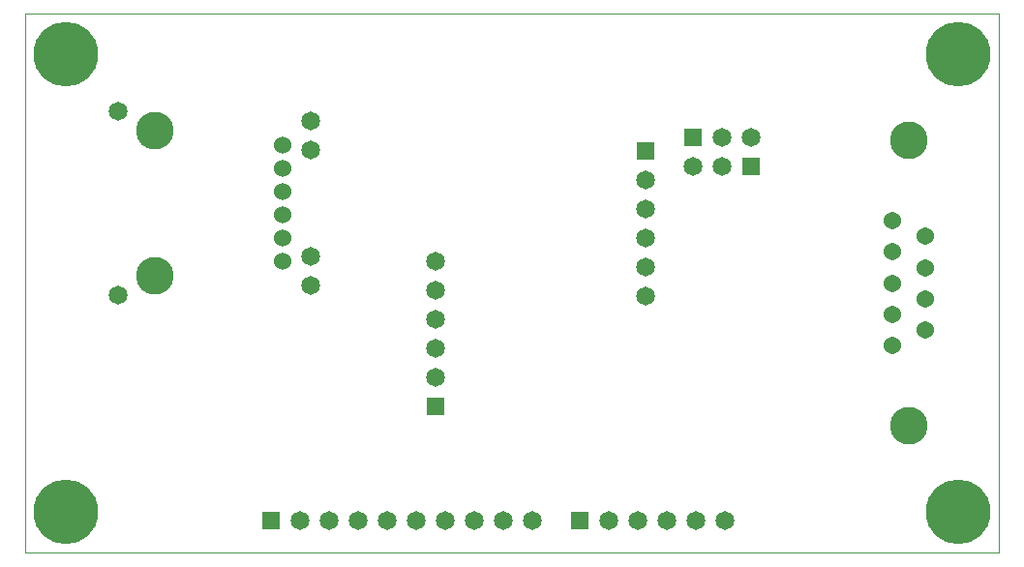
<source format=gbs>
%FSLAX46Y46*%
G04 Gerber Fmt 4.6, Leading zero omitted, Abs format (unit mm)*
G04 Created by KiCad (PCBNEW (2014-07-07 BZR 4986)-product) date Fri 18 Jul 2014 08:12:10 PM EDT*
%MOMM*%
G01*
G04 APERTURE LIST*
%ADD10C,0.100000*%
%ADD11C,5.650000*%
%ADD12C,1.524000*%
%ADD13C,1.651000*%
%ADD14C,3.302000*%
%ADD15R,1.650000X1.650000*%
%ADD16C,1.650000*%
%ADD17C,1.540000*%
%ADD18C,3.300000*%
G04 APERTURE END LIST*
D10*
X50000000Y-98600000D02*
X50000000Y-51400000D01*
X135200000Y-98600000D02*
X50000000Y-98600000D01*
X135200000Y-51400000D02*
X135200000Y-98600000D01*
X50000000Y-51400000D02*
X135200000Y-51400000D01*
D11*
X53600000Y-55000000D03*
X53600000Y-95000000D03*
X131600000Y-95000000D03*
X131600000Y-55000000D03*
D12*
X72500000Y-73080000D03*
X72500000Y-71048000D03*
X72500000Y-69016000D03*
X72500000Y-66984000D03*
X72500000Y-64952000D03*
X72500000Y-62920000D03*
D13*
X74963800Y-75213600D03*
X74963800Y-72673600D03*
X74963800Y-63326400D03*
X74963800Y-60786400D03*
D14*
X61324000Y-61650000D03*
X61324000Y-74350000D03*
D13*
X58149000Y-76064500D03*
X58149000Y-59935500D03*
D15*
X71500000Y-95800000D03*
D16*
X74040000Y-95800000D03*
X76580000Y-95800000D03*
X79120000Y-95800000D03*
X81660000Y-95800000D03*
X84200000Y-95800000D03*
X86740000Y-95800000D03*
X89280000Y-95800000D03*
X91820000Y-95800000D03*
X94360000Y-95800000D03*
D15*
X85900000Y-85800000D03*
D16*
X85900000Y-83260000D03*
X85900000Y-80720000D03*
X85900000Y-78180000D03*
X85900000Y-75640000D03*
X85900000Y-73100000D03*
D15*
X98500000Y-95800000D03*
D16*
X101040000Y-95800000D03*
X103580000Y-95800000D03*
X106120000Y-95800000D03*
X108660000Y-95800000D03*
X111200000Y-95800000D03*
D15*
X104300000Y-63400000D03*
D16*
X104300000Y-65940000D03*
X104300000Y-68480000D03*
X104300000Y-71020000D03*
X104300000Y-73560000D03*
X104300000Y-76100000D03*
D15*
X108458000Y-62230000D03*
D16*
X110998000Y-62230000D03*
X113538000Y-62230000D03*
D15*
X113538000Y-64770000D03*
D16*
X110998000Y-64770000D03*
X108458000Y-64770000D03*
D17*
X125900000Y-69520000D03*
X125900000Y-72260000D03*
X125900000Y-75000000D03*
X125900000Y-77740000D03*
X125900000Y-80480000D03*
X128740000Y-70890000D03*
X128740000Y-73630000D03*
X128740000Y-76370000D03*
X128740000Y-79110000D03*
D18*
X127320000Y-62505000D03*
X127320000Y-87495000D03*
M02*

</source>
